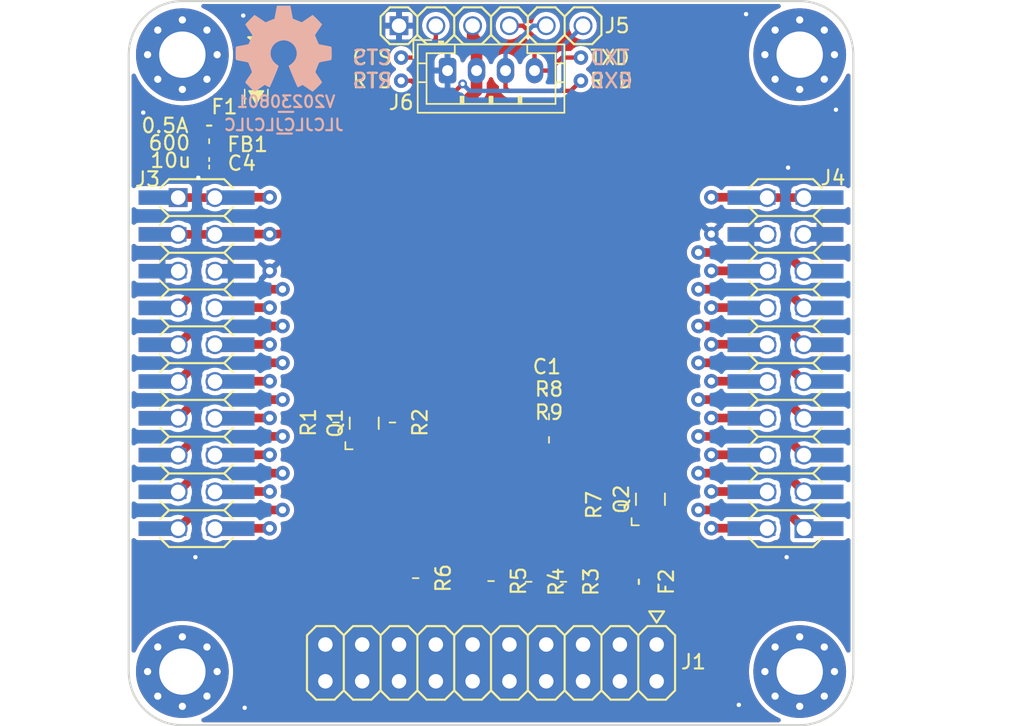
<source format=kicad_pcb>
(kicad_pcb (version 20221018) (generator pcbnew)
  (layers (0 "F.Cu" signal) (31 "B.Cu" signal) (34 "B.Paste" user) (35 "F.Paste" user) (36 "B.SilkS" user "B.Silkscreen") (37 "F.SilkS" user "F.Silkscreen") (38 "B.Mask" user) (39 "F.Mask" user) (44 "Edge.Cuts" user))
  (net 0 "")
  (net 1 "/VBUS")
  (net 2 "/VSS")
  (net 3 "/GPIO_28")
  (net 4 "/GPIO_29")
  (net 5 "/GPIO_20")
  (net 6 "/GPIO_23")
  (net 7 "/GPIO_27")
  (net 8 "/GPIO_16")
  (net 9 "/GPIO_21")
  (net 10 "/GPIO_19")
  (net 11 "/GPIO_17")
  (net 12 "/GPIO_18")
  (net 13 "/GPIO_15")
  (net 14 "/GPIO_14")
  (net 15 "/GPIO_22")
  (net 16 "/GPIO_24")
  (net 17 "/GPIO_25")
  (net 18 "/GPIO_26")
  (net 19 "/GPIO_13")
  (net 20 "/GPIO_12")
  (net 21 "/GPIO_11")
  (net 22 "/GPIO_10")
  (net 23 "/GPIO_09")
  (net 24 "/GPIO_08")
  (net 25 "/GPIO_07")
  (net 26 "/GPIO_06")
  (net 27 "/GPIO_05")
  (net 28 "/GPIO_04")
  (net 29 "/GPIO_03")
  (net 30 "/GPIO_02")
  (net 31 "/GPIO_01")
  (net 32 "/GPIO_00")
  (net 33 "/VDD1")
  (net 34 "/VDD2")
  (net 35 "Net-(F1-Pad1)")
  (net 36 "/TXD")
  (net 37 "/RXD")
  (net 38 "/RTS")
  (net 39 "/CTS")
  (net 40 "Net-(D1-K)")
  (net 41 "/VIN")
  (net 42 "/VTREF_det")
  (net 43 "/VTREF")
  (net 44 "/VTREF_in")
  (net 47 "/TDI_in")
  (net 48 "/TMS_in")
  (net 49 "/TCK_in")
  (net 52 "/TDO_in")
  (net 54 "/RESET_in")
  (net 58 "/RESET_iface")
  (net 59 "/RESET_det")
  (net 60 "/nTRST_in")
  (net 61 "Net-(Q2-S1)")
  (net 62 "/POWER_en")
  (net 63 "/TDI")
  (net 64 "/TMS")
  (net 65 "/TCK")
  (net 66 "/TDO")
  (footprint "MountingHole:MountingHole_3.2mm_M3_Pad_Via" (layer "F.Cu") (at 63.7 64.7)
    (fp_text reference "H1" hide)
    (fp_text value "MountingHole" hide)
  )
  (footprint "MountingHole:MountingHole_3.2mm_M3_Pad_Via" (layer "F.Cu") (at 106.3 64.7)
    (fp_text reference "H2" hide)
    (fp_text value "MountingHole" hide)
  )
  (footprint "MountingHole:MountingHole_3.2mm_M3_Pad_Via" (layer "F.Cu") (at 63.7 107.3)
    (fp_text reference "H4" hide)
    (fp_text value "MountingHole" hide)
  )
  (footprint "MountingHole:MountingHole_3.2mm_M3_Pad_Via" (layer "F.Cu") (at 106.3 107.3)
    (fp_text reference "H3" hide)
    (fp_text value "MountingHole" hide)
  )
  (footprint "SquantorConnectorsNamed:nuclone_small_right_stacked" (layer "F.Cu") (at 105.32 86 90)
    (fp_text reference "J4")
    (fp_text value "nuclone_small_right")
  )
  (footprint "SquantorConnectorsNamed:nuclone_small_left_stacked" (layer "F.Cu") (at 64.68 86 -90)
    (fp_text reference "J3")
    (fp_text value "nuclone_small_left")
  )
  (footprint "SquantorTestPoints:TestPoint_hole_H05R10_2side" (layer "F.Cu") (at 69.723 74.549)
    (fp_text reference "TP1" hide)
    (fp_text value "VDD1" hide)
  )
  (footprint "SquantorTestPoints:TestPoint_hole_H05R10_2side" (layer "F.Cu") (at 69.723 77.089)
    (fp_text reference "TP2" hide)
    (fp_text value "VBUS" hide)
  )
  (footprint "SquantorTestPoints:TestPoint_hole_H05R10_2side" (layer "F.Cu") (at 69.723 79.629)
    (fp_text reference "TP3" hide)
    (fp_text value "VSS" hide)
  )
  (footprint "SquantorTestPoints:TestPoint_hole_H05R10_2side" (layer "F.Cu") (at 70.612 80.9)
    (fp_text reference "TP4" hide)
    (fp_text value "P00" hide)
  )
  (footprint "SquantorTestPoints:TestPoint_hole_H05R10_2side" (layer "F.Cu") (at 69.723 82.169)
    (fp_text reference "TP5" hide)
    (fp_text value "P01" hide)
  )
  (footprint "SquantorTestPoints:TestPoint_hole_H05R10_2side" (layer "F.Cu") (at 70.612 83.439)
    (fp_text reference "TP6" hide)
    (fp_text value "P02" hide)
  )
  (footprint "SquantorTestPoints:TestPoint_hole_H05R10_2side" (layer "F.Cu") (at 69.723 84.709)
    (fp_text reference "TP7" hide)
    (fp_text value "P03" hide)
  )
  (footprint "SquantorTestPoints:TestPoint_hole_H05R10_2side" (layer "F.Cu") (at 70.612 85.979)
    (fp_text reference "TP8" hide)
    (fp_text value "P04" hide)
  )
  (footprint "SquantorTestPoints:TestPoint_hole_H05R10_2side" (layer "F.Cu") (at 69.723 87.249)
    (fp_text reference "TP9" hide)
    (fp_text value "P05" hide)
  )
  (footprint "SquantorTestPoints:TestPoint_hole_H05R10_2side" (layer "F.Cu") (at 70.612 88.519)
    (fp_text reference "TP10" hide)
    (fp_text value "P06" hide)
  )
  (footprint "SquantorTestPoints:TestPoint_hole_H05R10_2side" (layer "F.Cu") (at 69.723 89.789)
    (fp_text reference "TP11" hide)
    (fp_text value "P07" hide)
  )
  (footprint "SquantorTestPoints:TestPoint_hole_H05R10_2side" (layer "F.Cu") (at 70.612 91.059)
    (fp_text reference "TP12" hide)
    (fp_text value "P08" hide)
  )
  (footprint "SquantorTestPoints:TestPoint_hole_H05R10_2side" (layer "F.Cu") (at 69.723 92.329)
    (fp_text reference "TP13" hide)
    (fp_text value "P09" hide)
  )
  (footprint "SquantorTestPoints:TestPoint_hole_H05R10_2side" (layer "F.Cu") (at 70.612 93.599)
    (fp_text reference "TP14" hide)
    (fp_text value "P10" hide)
  )
  (footprint "SquantorTestPoints:TestPoint_hole_H05R10_2side" (layer "F.Cu") (at 69.723 94.869)
    (fp_text reference "TP15" hide)
    (fp_text value "P11" hide)
  )
  (footprint "SquantorTestPoints:TestPoint_hole_H05R10_2side" (layer "F.Cu") (at 70.612 96.139)
    (fp_text reference "TP16" hide)
    (fp_text value "P12" hide)
  )
  (footprint "SquantorTestPoints:TestPoint_hole_H05R10_2side" (layer "F.Cu") (at 69.723 97.409)
    (fp_text reference "TP17" hide)
    (fp_text value "P13" hide)
  )
  (footprint "SquantorTestPoints:TestPoint_hole_H05R10_2side" (layer "F.Cu") (at 100.203 74.549)
    (fp_text reference "TP18" hide)
    (fp_text value "VDD2" hide)
  )
  (footprint "SquantorTestPoints:TestPoint_hole_H05R10_2side" (layer "F.Cu") (at 100.203 77.089)
    (fp_text reference "TP19" hide)
    (fp_text value "VSS" hide)
  )
  (footprint "SquantorTestPoints:TestPoint_hole_H05R10_2side" (layer "F.Cu") (at 99.314 78.359)
    (fp_text reference "TP20" hide)
    (fp_text value "P29" hide)
  )
  (footprint "SquantorTestPoints:TestPoint_hole_H05R10_2side" (layer "F.Cu") (at 100.203 79.629)
    (fp_text reference "TP21" hide)
    (fp_text value "P28" hide)
  )
  (footprint "SquantorTestPoints:TestPoint_hole_H05R10_2side" (layer "F.Cu") (at 99.314 80.899)
    (fp_text reference "TP22" hide)
    (fp_text value "P27" hide)
  )
  (footprint "SquantorTestPoints:TestPoint_hole_H05R10_2side" (layer "F.Cu") (at 100.203 82.169)
    (fp_text reference "TP23" hide)
    (fp_text value "P26" hide)
  )
  (footprint "SquantorTestPoints:TestPoint_hole_H05R10_2side" (layer "F.Cu") (at 99.314 83.439)
    (fp_text reference "TP24" hide)
    (fp_text value "P25" hide)
  )
  (footprint "SquantorTestPoints:TestPoint_hole_H05R10_2side" (layer "F.Cu") (at 100.203 84.7)
    (fp_text reference "TP25" hide)
    (fp_text value "P24" hide)
  )
  (footprint "SquantorTestPoints:TestPoint_hole_H05R10_2side" (layer "F.Cu") (at 99.314 85.979)
    (fp_text reference "TP26" hide)
    (fp_text value "P23" hide)
  )
  (footprint "SquantorTestPoints:TestPoint_hole_H05R10_2side" (layer "F.Cu") (at 100.203 87.249)
    (fp_text reference "TP27" hide)
    (fp_text value "P22" hide)
  )
  (footprint "SquantorTestPoints:TestPoint_hole_H05R10_2side" (layer "F.Cu") (at 99.314 88.519)
    (fp_text reference "TP28" hide)
    (fp_text value "P21" hide)
  )
  (footprint "SquantorTestPoints:TestPoint_hole_H05R10_2side" (layer "F.Cu") (at 100.203 89.789)
    (fp_text reference "TP29" hide)
    (fp_text value "P20" hide)
  )
  (footprint "SquantorTestPoints:TestPoint_hole_H05R10_2side" (layer "F.Cu") (at 99.314 91.059)
    (fp_text reference "TP30" hide)
    (fp_text value "P19" hide)
  )
  (footprint "SquantorTestPoints:TestPoint_hole_H05R10_2side" (layer "F.Cu") (at 99.314 93.599)
    (fp_text reference "TP32" hide)
    (fp_text value "P17" hide)
  )
  (footprint "SquantorTestPoints:TestPoint_hole_H05R10_2side" (layer "F.Cu") (at 100.2 94.869)
    (fp_text reference "TP33" hide)
    (fp_text value "P16" hide)
  )
  (footprint "SquantorTestPoints:TestPoint_hole_H05R10_2side" (layer "F.Cu") (at 99.314 96.139)
    (fp_text reference "TP34" hide)
    (fp_text value "P15" hide)
  )
  (footprint "SquantorTestPoints:TestPoint_hole_H05R10_2side" (layer "F.Cu") (at 100.2 97.4)
    (fp_text reference "TP35" hide)
    (fp_text value "P14" hide)
  )
  (footprint "SquantorRcl:C_0603" (layer "F.Cu") (at 65.55 72.2 180)
    (fp_text reference "C4")
    (fp_text value "10u")
  )
  (footprint "SquantorRcl:F_0603_hand" (layer "F.Cu") (at 65.55 69.6)
    (fp_text reference "F1")
    (fp_text value "0.5A")
  )
  (footprint "SquantorRcl:L_0603" (layer "F.Cu") (at 65.55 70.9 180)
    (fp_text reference "FB1")
    (fp_text value "600")
  )
  (footprint "SquantorTestPoints:TestPoint_hole_H05R10_2side" (layer "F.Cu") (at 100.203 92.329)
    (fp_text reference "TP31" hide)
    (fp_text value "P18" hide)
  )
  (footprint "SquantorTestPoints:TestPoint_hole_H05R10_2side" (layer "F.Cu") (at 78.8 64.9)
    (fp_text reference "TP36" hide)
    (fp_text value "CTS")
  )
  (footprint "SquantorRcl:R_0603_hand" (layer "F.Cu") (at 87.6 101.1 -90)
    (fp_text reference "R4")
    (fp_text value "100")
  )
  (footprint "SquantorRcl:R_0603_hand" (layer "F.Cu") (at 94 95.8 90)
    (fp_text reference "R7")
    (fp_text value "10K")
  )
  (footprint "SquantorTestPoints:TestPoint_hole_H05R10_2side" (layer "F.Cu") (at 78.8 66.5)
    (fp_text reference "TP37" hide)
    (fp_text value "RTS")
  )
  (footprint "SquantorRcl:R_0603_hand" (layer "F.Cu") (at 90 101.1 -90)
    (fp_text reference "R3")
    (fp_text value "100")
  )
  (footprint "SquantorRcl:R_0603_hand" (layer "F.Cu") (at 89 89.7)
    (fp_text reference "R8")
    (fp_text value "10K")
  )
  (footprint "SquantorIC:SOT363-NXP-hand" (layer "F.Cu") (at 96 95.4 90)
    (fp_text reference "Q2")
    (fp_text value "NTJD4152")
  )
  (footprint "SquantorDiodes:SOD-123F-hand" (layer "F.Cu") (at 68.8 67.6 90)
    (fp_text reference "D1")
    (fp_text value "A7 LCSC")
  )
  (footprint "SquantorRcl:R_0603_hand" (layer "F.Cu") (at 89 91.3)
    (fp_text reference "R9")
    (fp_text value "10K")
  )
  (footprint "SquantorConnectors:Header-0254-2X10-H010" (layer "F.Cu") (at 85 106.7 180)
    (fp_text reference "J1")
    (fp_text value "SEGGER_2X10_OUT")
  )
  (footprint "Connector_JST:JST_PH_B4B-PH-K_1x04_P2.00mm_Vertical" (layer "F.Cu") (at 82 65.8)
    (fp_text reference "J6")
    (fp_text value "DevBoardUartInput")
  )
  (footprint "SquantorTestPoints:TestPoint_hole_H05R10_2side" (layer "F.Cu") (at 91.2 66.5)
    (fp_text reference "TP39" hide)
    (fp_text value "RXD")
  )
  (footprint "SquantorRcl:F_0603_hand" (layer "F.Cu") (at 95.2 101.1 -90)
    (fp_text reference "F2")
    (fp_text value "300mA")
  )
  (footprint "SquantorRcl:R_0603_hand" (layer "F.Cu") (at 79.8 100.85 -90)
    (fp_text reference "R6")
    (fp_text value "100")
  )
  (footprint "SquantorIC:SOT363-NXP-hand" (layer "F.Cu") (at 76.25 90.15 90)
    (fp_text reference "Q1")
    (fp_text value "BSD840")
  )
  (footprint "SquantorRcl:R_0603_hand" (layer "F.Cu") (at 85 101.05 -90)
    (fp_text reference "R5")
    (fp_text value "100")
  )
  (footprint "SquantorRcl:R_0603_hand" (layer "F.Cu") (at 74.3 90.1 90)
    (fp_text reference "R1")
    (fp_text value "10K")
  )
  (footprint "SquantorTestPoints:TestPoint_hole_H05R10_2side" (layer "F.Cu") (at 91.2 64.9)
    (fp_text reference "TP38" hide)
    (fp_text value "TXD")
  )
  (footprint "SquantorConnectors:Header-0254-1X06-H010" (layer "F.Cu") (at 85 62.7)
    (fp_text reference "J5")
    (fp_text value "FTDI_PINS_1X06")
  )
  (footprint "SquantorRcl:R_0603_hand" (layer "F.Cu") (at 78.2 90.1 -90)
    (fp_text reference "R2")
    (fp_text value "10K")
  )
  (footprint "SquantorRcl:C_0603" (layer "F.Cu") (at 88.85 87.9)
    (fp_text reference "C1")
    (fp_text value "1uF")
  )
  (footprint "Symbol:OSHW-Symbol_6.7x6mm_SilkScreen" (layer "B.Cu") (at 70.7 64.3 180)
    (fp_text reference "N1" hide)
    (fp_text value "OHWLOGO" hide)
  )
  (footprint "SquantorLabels:Label_Generic" (layer "B.Cu") (at 70.75 69.55 180)
    (fp_text reference "N3" hide)
    (fp_text value "JLCJLCJLCJLC")
  )
  (footprint "SquantorLabels:Label_Generic" (layer "B.Cu") (at 70.85 68.05 180)
    (fp_text reference "N2" hide)
    (fp_text value "V20230801")
  )
  (gr_arc (start 110 107.3) (mid 108.916295 109.916295) (end 106.3 111) (stroke (width 0.15)) (layer "Edge.Cuts"))
  (gr_arc (start 63.7 111) (mid 61.083705 109.916295) (end 60 107.3) (stroke (width 0.15)) (layer "Edge.Cuts"))
  (gr_line (start 60 64.7) (end 60 107.3) (stroke (width 0.15)) (layer "Edge.Cuts"))
  (gr_line (start 106.3 61) (end 63.7 61) (stroke (width 0.15)) (layer "Edge.Cuts"))
  (gr_line (start 110 107.3) (end 110 64.7) (stroke (width 0.15)) (layer "Edge.Cuts"))
  (gr_arc (start 106.3 61) (mid 108.916295 62.083705) (end 110 64.7) (stroke (width 0.15)) (layer "Edge.Cuts"))
  (gr_arc (start 60 64.7) (mid 61.083705 62.083705) (end 63.7 61) (stroke (width 0.15)) (layer "Edge.Cuts"))
  (gr_line (start 63.7 111) (end 106.3 111) (stroke (width 0.15)) (layer "Edge.Cuts"))
  (segment (start 69.2 72.2) (end 66.3 72.2) (width 0.6) (layer "F.Cu") (net 1))
  (segment (start 66.3 70.9) (end 66.3 72.2) (width 0.8) (layer "F.Cu") (net 1))
  (segment (start 69.723 77.089) (end 70.511 77.089) (width 0.6) (layer "F.Cu") (net 1))
  (segment (start 62.33 77.11) (end 67.03 77.11) (width 0.6) (layer "F.Cu") (net 1))
  (segment (start 67.051 77.089) (end 67.03 77.11) (width 0.6) (layer "F.Cu") (net 1))
  (segment (start 69.723 77.089) (end 67.051 77.089) (width 0.6) (layer "F.Cu") (net 1))
  (segment (start 71 76.6) (end 71 74) (width 0.6) (layer "F.Cu") (net 1))
  (segment (start 71 74) (end 69.2 72.2) (width 0.6) (layer "F.Cu") (net 1))
  (segment (start 70.511 77.089) (end 71 76.6) (width 0.6) (layer "F.Cu") (net 1))
  (via (at 64.6 99.4) (size 0.6) (drill 0.3) (layers "F.Cu" "B.Cu") (net 2))
  (via (at 105.4 99.4) (size 0.6) (drill 0.3) (layers "F.Cu" "B.Cu") (net 2))
  (via (at 102.1 109.6) (size 0.6) (drill 0.3) (layers "F.Cu" "B.Cu") (net 2))
  (via (at 68 109.8) (size 0.6) (drill 0.3) (layers "F.Cu" "B.Cu") (net 2))
  (via (at 67.9 62) (size 0.6) (drill 0.3) (layers "F.Cu" "B.Cu") (net 2))
  (via (at 61 68.7) (size 0.6) (drill 0.3) (layers "F.Cu" "B.Cu") (net 2))
  (via (at 102.6 61.9) (size 0.6) (drill 0.3) (layers "F.Cu" "B.Cu") (net 2))
  (via (at 108.8 68.5) (size 0.6) (drill 0.3) (layers "F.Cu" "B.Cu") (net 2))
  (via (at 105.5 72.5) (size 0.6) (drill 0.3) (layers "F.Cu" "B.Cu") (net 2))
  (via (at 64.8 73.2) (size 0.6) (drill 0.3) (layers "F.Cu" "B.Cu") (net 2))
  (segment (start 100.203 79.629) (end 102.949 79.629) (width 0.6) (layer "F.Cu") (net 3))
  (segment (start 102.949 79.629) (end 102.97 79.65) (width 0.6) (layer "F.Cu") (net 3))
  (segment (start 105.299 78.359) (end 106.59 79.65) (width 0.6) (layer "F.Cu") (net 4))
  (segment (start 99.314 78.359) (end 105.299 78.359) (width 0.6) (layer "F.Cu") (net 4))
  (segment (start 100.203 89.789) (end 102.949 89.789) (width 0.6) (layer "F.Cu") (net 5))
  (segment (start 102.949 89.789) (end 102.97 89.81) (width 0.6) (layer "F.Cu") (net 5))
  (segment (start 99.314 85.979) (end 105.299 85.979) (width 0.6) (layer "F.Cu") (net 6))
  (segment (start 105.299 85.979) (end 106.59 87.27) (width 0.6) (layer "F.Cu") (net 6))
  (segment (start 105.299 80.899) (end 106.59 82.19) (width 0.6) (layer "F.Cu") (net 7))
  (segment (start 99.314 80.899) (end 105.299 80.899) (width 0.6) (layer "F.Cu") (net 7))
  (segment (start 100.2 94.869) (end 102.949 94.869) (width 0.6) (layer "F.Cu") (net 8))
  (segment (start 102.949 94.869) (end 102.97 94.89) (width 0.6) (layer "F.Cu") (net 8))
  (segment (start 105.299 88.519) (end 106.59 89.81) (width 0.6) (layer "F.Cu") (net 9))
  (segment (start 99.314 88.519) (end 105.299 88.519) (width 0.6) (layer "F.Cu") (net 9))
  (segment (start 105.299 91.059) (end 106.59 92.35) (width 0.6) (layer "F.Cu") (net 10))
  (segment (start 99.314 91.059) (end 105.299 91.059) (width 0.6) (layer "F.Cu") (net 10))
  (segment (start 99.314 93.599) (end 105.299 93.599) (width 0.6) (layer "F.Cu") (net 11))
  (segment (start 105.299 93.599) (end 106.59 94.89) (width 0.6) (layer "F.Cu") (net 11))
  (segment (start 102.949 92.329) (end 102.97 92.35) (width 0.6) (layer "F.Cu") (net 12))
  (segment (start 100.203 92.329) (end 102.949 92.329) (width 0.6) (layer "F.Cu") (net 12))
  (segment (start 105.299 96.139) (end 106.59 97.43) (width 0.6) (layer "F.Cu") (net 13))
  (segment (start 99.314 96.139) (end 105.299 96.139) (width 0.6) (layer "F.Cu") (net 13))
  (segment (start 102.94 97.4) (end 102.97 97.43) (width 0.6) (layer "F.Cu") (net 14))
  (segment (start 100.2 97.4) (end 102.94 97.4) (width 0.6) (layer "F.Cu") (net 14))
  (segment (start 102.949 87.249) (end 102.97 87.27) (width 0.6) (layer "F.Cu") (net 15))
  (segment (start 100.203 87.249) (end 102.949 87.249) (width 0.6) (layer "F.Cu") (net 15))
  (segment (start 100.203 84.7) (end 102.94 84.7) (width 0.6) (layer "F.Cu") (net 16))
  (segment (start 102.94 84.7) (end 102.97 84.73) (width 0.6) (layer "F.Cu") (net 16))
  (segment (start 99.314 83.439) (end 105.299 83.439) (width 0.6) (layer "F.Cu") (net 17))
  (segment (start 105.299 83.439) (end 106.59 84.73) (width 0.6) (layer "F.Cu") (net 17))
  (segment (start 100.203 82.169) (end 102.949 82.169) (width 0.6) (layer "F.Cu") (net 18))
  (segment (start 102.949 82.169) (end 102.97 82.19) (width 0.6) (layer "F.Cu") (net 18))
  (segment (start 67.051 97.409) (end 67.03 97.43) (width 0.6) (layer "F.Cu") (net 19))
  (segment (start 69.723 97.409) (end 67.051 97.409) (width 0.6) (layer "F.Cu") (net 19))
  (segment (start 64.701 96.139) (end 63.41 97.43) (width 0.6) (layer "F.Cu") (net 20))
  (segment (start 70.612 96.139) (end 64.701 96.139) (width 0.6) (layer "F.Cu") (net 20))
  (segment (start 69.723 94.869) (end 67.051 94.869) (width 0.6) (layer "F.Cu") (net 21))
  (segment (start 67.051 94.869) (end 67.03 94.89) (width 0.6) (layer "F.Cu") (net 21))
  (segment (start 64.701 93.599) (end 63.41 94.89) (width 0.6) (layer "F.Cu") (net 22))
  (segment (start 70.612 93.599) (end 64.701 93.599) (width 0.6) (layer "F.Cu") (net 22))
  (segment (start 69.723 92.329) (end 67.051 92.329) (width 0.6) (layer "F.Cu") (net 23))
  (segment (start 67.051 92.329) (end 67.03 92.35) (width 0.6) (layer "F.Cu") (net 23))
  (segment (start 70.612 91.059) (end 64.701 91.059) (width 0.6) (layer "F.Cu") (net 24))
  (segment (start 64.701 91.059) (end 63.41 92.35) (width 0.6) (layer "F.Cu") (net 24))
  (segment (start 67.051 89.789) (end 67.03 89.81) (width 0.6) (layer "F.Cu") (net 25))
  (segment (start 69.723 89.789) (end 67.051 89.789) (width 0.6) (layer "F.Cu") (net 25))
  (segment (start 70.612 88.519) (end 64.701 88.519) (width 0.6) (layer "F.Cu") (net 26))
  (segment (start 64.701 88.519) (end 63.41 89.81) (width 0.6) (layer "F.Cu") (net 26))
  (segment (start 67.051 87.249) (end 67.03 87.27) (width 0.6) (layer "F.Cu") (net 27))
  (segment (start 69.723 87.249) (end 67.051 87.249) (width 0.6) (layer "F.Cu") (net 27))
  (segment (start 64.701 85.979) (end 63.41 87.27) (width 0.6) (layer "F.Cu") (net 28))
  (segment (start 70.612 85.979) (end 64.701 85.979) (width 0.6) (layer "F.Cu") (net 28))
  (segment (start 67.051 84.709) (end 67.03 84.73) (width 0.6) (layer "F.Cu") (net 29))
  (segment (start 69.723 84.709) (end 67.051 84.709) (width 0.6) (layer "F.Cu") (net 29))
  (segment (start 64.701 83.439) (end 63.41 84.73) (width 0.6) (layer "F.Cu") (net 30))
  (segment (start 70.612 83.439) (end 64.701 83.439) (width 0.6) (layer "F.Cu") (net 30))
  (segment (start 67.051 82.169) (end 67.03 82.19) (width 0.6) (layer "F.Cu") (net 31))
  (segment (start 69.723 82.169) (end 67.051 82.169) (width 0.6) (layer "F.Cu") (net 31))
  (segment (start 64.7 80.9) (end 63.41 82.19) (width 0.6) (layer "F.Cu") (net 32))
  (segment (start 70.612 80.9) (end 64.7 80.9) (width 0.6) (layer "F.Cu") (net 32))
  (segment (start 69.723 74.549) (end 67.051 74.549) (width 0.6) (layer "F.Cu") (net 33))
  (segment (start 67.051 74.549) (end 67.03 74.57) (width 0.4) (layer "F.Cu") (net 33))
  (segment (start 62.33 74.57) (end 67.03 74.57) (width 0.6) (layer "F.Cu") (net 33))
  (segment (start 107.67 74.57) (end 102.97 74.57) (width 0.6) (layer "F.Cu") (net 34))
  (segment (start 100.203 74.549) (end 102.949 74.549) (width 0.6) (layer "F.Cu") (net 34))
  (segment (start 102.949 74.549) (end 102.97 74.57) (width 0.6) (layer "F.Cu") (net 34))
  (segment (start 64.8 70.9) (end 64.8 69.6) (width 0.8) (layer "F.Cu") (net 35))
  (segment (start 89.9 64.9) (end 91.2 64.9) (width 0.3) (layer "F.Cu") (net 36))
  (segment (start 89 65.8) (end 89.9 64.9) (width 0.3) (layer "F.Cu") (net 36))
  (segment (start 88 63.5) (end 88 65.8) (width 0.3) (layer "F.Cu") (net 36))
  (segment (start 88 65.8) (end 89 65.8) (width 0.3) (layer "F.Cu") (net 36))
  (segment (start 86.27 62.7) (end 87.2 62.7) (width 0.3) (layer "F.Cu") (net 36))
  (segment (start 87.2 62.7) (end 88 63.5) (width 0.3) (layer "F.Cu") (net 36))
  (segment (start 86.2 67.2) (end 86 67) (width 0.3) (layer "F.Cu") (net 37))
  (segment (start 91.2 66.5) (end 90.5 67.2) (width 0.3) (layer "F.Cu") (net 37))
  (segment (start 90.5 67.2) (end 86.2 67.2) (width 0.3) (layer "F.Cu") (net 37))
  (segment (start 86 67) (end 86 65.8) (width 0.3) (layer "F.Cu") (net 37))
  (segment (start 86 64.6) (end 86 65.8) (width 0.3) (layer "B.Cu") (net 37))
  (segment (start 88.81 62.7) (end 87.9 62.7) (width 0.3) (layer "B.Cu") (net 37))
  (segment (start 87.9 62.7) (end 86 64.6) (width 0.3) (layer "B.Cu") (net 37))
  (segment (start 82.557301 67.2) (end 80.2 67.2) (width 0.3) (layer "F.Cu") (net 38))
  (segment (start 80.2 67.2) (end 79.5 66.5) (width 0.3) (layer "F.Cu") (net 38))
  (segment (start 83.040266 66.717035) (end 82.557301 67.2) (width 0.3) (layer "F.Cu") (net 38))
  (segment (start 79.5 66.5) (end 78.8 66.5) (width 0.3) (layer "F.Cu") (net 38))
  (via (at 83.040266 66.717035) (size 0.6) (drill 0.3) (layers "F.Cu" "B.Cu") (net 38))
  (segment (start 83.040266 66.717035) (end 83.523231 67.2) (width 0.3) (layer "B.Cu") (net 38))
  (segment (start 89.8 67.2) (end 90 67) (width 0.3) (layer "B.Cu") (net 38))
  (segment (start 83.523231 67.2) (end 89.8 67.2) (width 0.3) (layer "B.Cu") (net 38))
  (segment (start 90 64.05) (end 91.35 62.7) (width 0.3) (layer "B.Cu") (net 38))
  (segment (start 90 67) (end 90 64.05) (width 0.3) (layer "B.Cu") (net 38))
  (segment (start 81.19 62.7) (end 81.19 63.61) (width 0.3) (layer "F.Cu") (net 39))
  (segment (start 81.19 63.61) (end 79.9 64.9) (width 0.3) (layer "F.Cu") (net 39))
  (segment (start 79.9 64.9) (end 78.8 64.9) (width 0.3) (layer "F.Cu") (net 39))
  (segment (start 68.38 69.6) (end 68.8 69.18) (width 0.8) (layer "F.Cu") (net 40))
  (segment (start 66.3 69.6) (end 68.38 69.6) (width 0.8) (layer "F.Cu") (net 40))
  (segment (start 83.73 63.5) (end 83.73 62.7) (width 0.8) (layer "F.Cu") (net 41))
  (segment (start 84 65.8) (end 84 67.2) (width 0.8) (layer "F.Cu") (net 41))
  (segment (start 76.2 65.8) (end 76.2 62.8) (width 0.8) (layer "F.Cu") (net 41))
  (segment (start 75.7 62.3) (end 69.4 62.3) (width 0.8) (layer "F.Cu") (net 41))
  (segment (start 76.2 62.8) (end 75.7 62.3) (width 0.8) (layer "F.Cu") (net 41))
  (segment (start 84 63.77) (end 83.73 63.5) (width 0.8) (layer "F.Cu") (net 41))
  (segment (start 68.8 62.9) (end 68.8 66.02) (width 0.8) (layer "F.Cu") (net 41))
  (segment (start 83.1 68.1) (end 78.5 68.1) (width 0.8) (layer "F.Cu") (net 41))
  (segment (start 69.4 62.3) (end 68.8 62.9) (width 0.8) (layer "F.Cu") (net 41))
  (segment (start 78.5 68.1) (end 76.2 65.8) (width 0.8) (layer "F.Cu") (net 41))
  (segment (start 84 67.2) (end 83.1 68.1) (width 0.8) (layer "F.Cu") (net 41))
  (segment (start 84 65.8) (end 84 63.77) (width 0.8) (layer "F.Cu") (net 41))
  (zone (net 2) (net_name "/VSS") (layer "F.Cu") (connect_pads (clearance 0.3)) (min_thickness 0.3) (fill yes (thermal_gap 0.3) (thermal_bridge_width 0.4))
    (polygon (pts (xy 110 111) (xy 60 111) (xy 60 61) (xy 110 61)))
  )
  (zone (net 2) (net_name "/VSS") (layer "B.Cu") (connect_pads (clearance 0.3)) (min_thickness 0.3) (fill yes (thermal_gap 0.3) (thermal_bridge_width 0.4))
    (polygon (pts (xy 60 61) (xy 110 61) (xy 110 111) (xy 60 111)))
  )
)
</source>
